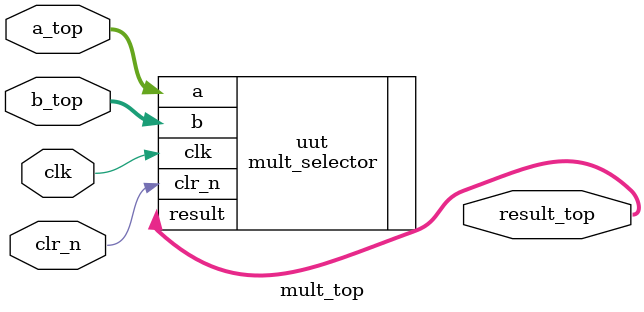
<source format=v>

`include "mult_selector.v"

module mult_top 
#(	parameter integer WIDTH = 8,
	parameter integer PIPELINED = 0,
	parameter GENERATE_PROCEDURALS = 0
)
(
	input [WIDTH-1:0] a_top, b_top,
	input clk, clr_n,
	output [(WIDTH*2)-1:0] result_top
);

//  PIPELINED = 0 if non-pipelined design is wanted, 1 otherwise
//	AWIDTH, BDWITH = bit width of operands
mult_selector #(.PIPELINED(PIPELINED), .WIDTH(WIDTH), .GENERATE_PROCEDURALS(GENERATE_PROCEDURALS))
uut (.clk(clk), .clr_n(clr_n), .a(a_top), .b(b_top), .result(result_top));
		
endmodule

</source>
